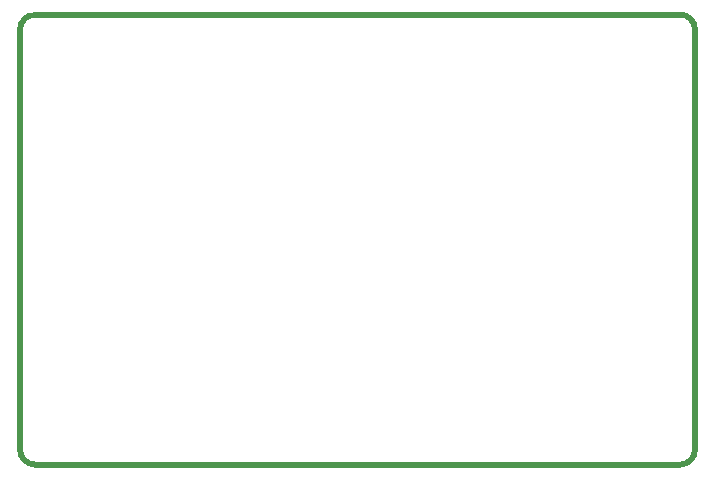
<source format=gm1>
G04 #@! TF.FileFunction,Profile,NP*
%FSLAX46Y46*%
G04 Gerber Fmt 4.6, Leading zero omitted, Abs format (unit mm)*
G04 Created by KiCad (PCBNEW 4.0.7-e2-6376~58~ubuntu16.04.1) date Wed Sep  5 13:54:12 2018*
%MOMM*%
%LPD*%
G01*
G04 APERTURE LIST*
%ADD10C,0.150000*%
%ADD11C,0.508000*%
G04 APERTURE END LIST*
D10*
D11*
X81280000Y-25400000D02*
X26670000Y-25400000D01*
X82550000Y-62230000D02*
X82550000Y-26670000D01*
X26670000Y-63500000D02*
X81280000Y-63500000D01*
X25400000Y-26670000D02*
X25400000Y-62230000D01*
X81280000Y-63500000D02*
G75*
G03X82550000Y-62230000I0J1270000D01*
G01*
X25400000Y-62230000D02*
G75*
G03X26670000Y-63500000I1270000J0D01*
G01*
X82550000Y-26670000D02*
G75*
G03X81280000Y-25400000I-1270000J0D01*
G01*
X26670000Y-25400000D02*
G75*
G03X25400000Y-26670000I0J-1270000D01*
G01*
M02*

</source>
